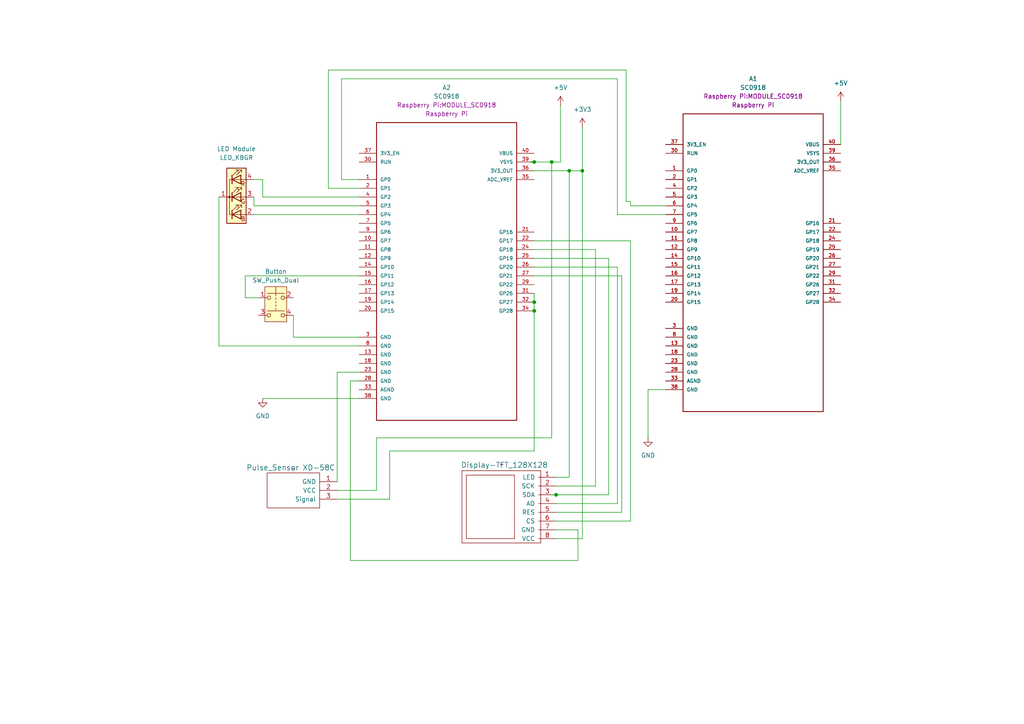
<source format=kicad_sch>
(kicad_sch
	(version 20250114)
	(generator "eeschema")
	(generator_version "9.0")
	(uuid "22eaae10-6fe2-4341-a2a9-a236afd12f3d")
	(paper "A4")
	(lib_symbols
		(symbol "Device:LED_KBGR"
			(pin_names
				(offset 0)
				(hide yes)
			)
			(exclude_from_sim no)
			(in_bom yes)
			(on_board yes)
			(property "Reference" "D"
				(at 0 9.398 0)
				(effects
					(font
						(size 1.27 1.27)
					)
				)
			)
			(property "Value" "LED_KBGR"
				(at 0 -8.89 0)
				(effects
					(font
						(size 1.27 1.27)
					)
				)
			)
			(property "Footprint" ""
				(at 0 -1.27 0)
				(effects
					(font
						(size 1.27 1.27)
					)
					(hide yes)
				)
			)
			(property "Datasheet" "~"
				(at 0 -1.27 0)
				(effects
					(font
						(size 1.27 1.27)
					)
					(hide yes)
				)
			)
			(property "Description" "RGB LED, cathode/blue/green/red"
				(at 0 0 0)
				(effects
					(font
						(size 1.27 1.27)
					)
					(hide yes)
				)
			)
			(property "ki_keywords" "LED RGB diode"
				(at 0 0 0)
				(effects
					(font
						(size 1.27 1.27)
					)
					(hide yes)
				)
			)
			(property "ki_fp_filters" "LED* LED_SMD:* LED_THT:*"
				(at 0 0 0)
				(effects
					(font
						(size 1.27 1.27)
					)
					(hide yes)
				)
			)
			(symbol "LED_KBGR_0_0"
				(text "R"
					(at 1.905 3.81 0)
					(effects
						(font
							(size 1.27 1.27)
						)
					)
				)
				(text "G"
					(at 1.905 -1.27 0)
					(effects
						(font
							(size 1.27 1.27)
						)
					)
				)
				(text "B"
					(at 1.905 -6.35 0)
					(effects
						(font
							(size 1.27 1.27)
						)
					)
				)
			)
			(symbol "LED_KBGR_0_1"
				(circle
					(center -2.032 0)
					(radius 0.254)
					(stroke
						(width 0)
						(type default)
					)
					(fill
						(type outline)
					)
				)
				(polyline
					(pts
						(xy -1.27 6.35) (xy -1.27 3.81)
					)
					(stroke
						(width 0.254)
						(type default)
					)
					(fill
						(type none)
					)
				)
				(polyline
					(pts
						(xy -1.27 6.35) (xy -1.27 3.81) (xy -1.27 3.81)
					)
					(stroke
						(width 0)
						(type default)
					)
					(fill
						(type none)
					)
				)
				(polyline
					(pts
						(xy -1.27 5.08) (xy 1.27 5.08)
					)
					(stroke
						(width 0)
						(type default)
					)
					(fill
						(type none)
					)
				)
				(polyline
					(pts
						(xy -1.27 5.08) (xy -2.032 5.08) (xy -2.032 -5.08) (xy -1.016 -5.08)
					)
					(stroke
						(width 0)
						(type default)
					)
					(fill
						(type none)
					)
				)
				(polyline
					(pts
						(xy -1.27 1.27) (xy -1.27 -1.27)
					)
					(stroke
						(width 0.254)
						(type default)
					)
					(fill
						(type none)
					)
				)
				(polyline
					(pts
						(xy -1.27 1.27) (xy -1.27 -1.27) (xy -1.27 -1.27)
					)
					(stroke
						(width 0)
						(type default)
					)
					(fill
						(type none)
					)
				)
				(polyline
					(pts
						(xy -1.27 0) (xy -2.54 0)
					)
					(stroke
						(width 0)
						(type default)
					)
					(fill
						(type none)
					)
				)
				(polyline
					(pts
						(xy -1.27 -3.81) (xy -1.27 -6.35)
					)
					(stroke
						(width 0.254)
						(type default)
					)
					(fill
						(type none)
					)
				)
				(polyline
					(pts
						(xy -1.27 -5.08) (xy 1.27 -5.08)
					)
					(stroke
						(width 0)
						(type default)
					)
					(fill
						(type none)
					)
				)
				(polyline
					(pts
						(xy -1.016 6.35) (xy 0.508 7.874) (xy -0.254 7.874) (xy 0.508 7.874) (xy 0.508 7.112)
					)
					(stroke
						(width 0)
						(type default)
					)
					(fill
						(type none)
					)
				)
				(polyline
					(pts
						(xy -1.016 1.27) (xy 0.508 2.794) (xy -0.254 2.794) (xy 0.508 2.794) (xy 0.508 2.032)
					)
					(stroke
						(width 0)
						(type default)
					)
					(fill
						(type none)
					)
				)
				(polyline
					(pts
						(xy -1.016 -3.81) (xy 0.508 -2.286) (xy -0.254 -2.286) (xy 0.508 -2.286) (xy 0.508 -3.048)
					)
					(stroke
						(width 0)
						(type default)
					)
					(fill
						(type none)
					)
				)
				(polyline
					(pts
						(xy 0 6.35) (xy 1.524 7.874) (xy 0.762 7.874) (xy 1.524 7.874) (xy 1.524 7.112)
					)
					(stroke
						(width 0)
						(type default)
					)
					(fill
						(type none)
					)
				)
				(polyline
					(pts
						(xy 0 1.27) (xy 1.524 2.794) (xy 0.762 2.794) (xy 1.524 2.794) (xy 1.524 2.032)
					)
					(stroke
						(width 0)
						(type default)
					)
					(fill
						(type none)
					)
				)
				(polyline
					(pts
						(xy 0 -3.81) (xy 1.524 -2.286) (xy 0.762 -2.286) (xy 1.524 -2.286) (xy 1.524 -3.048)
					)
					(stroke
						(width 0)
						(type default)
					)
					(fill
						(type none)
					)
				)
				(polyline
					(pts
						(xy 1.27 6.35) (xy 1.27 3.81) (xy -1.27 5.08) (xy 1.27 6.35)
					)
					(stroke
						(width 0.254)
						(type default)
					)
					(fill
						(type none)
					)
				)
				(rectangle
					(start 1.27 6.35)
					(end 1.27 6.35)
					(stroke
						(width 0)
						(type default)
					)
					(fill
						(type none)
					)
				)
				(polyline
					(pts
						(xy 1.27 5.08) (xy 2.54 5.08)
					)
					(stroke
						(width 0)
						(type default)
					)
					(fill
						(type none)
					)
				)
				(rectangle
					(start 1.27 3.81)
					(end 1.27 6.35)
					(stroke
						(width 0)
						(type default)
					)
					(fill
						(type none)
					)
				)
				(polyline
					(pts
						(xy 1.27 1.27) (xy 1.27 -1.27) (xy -1.27 0) (xy 1.27 1.27)
					)
					(stroke
						(width 0.254)
						(type default)
					)
					(fill
						(type none)
					)
				)
				(rectangle
					(start 1.27 1.27)
					(end 1.27 1.27)
					(stroke
						(width 0)
						(type default)
					)
					(fill
						(type none)
					)
				)
				(polyline
					(pts
						(xy 1.27 0) (xy -1.27 0)
					)
					(stroke
						(width 0)
						(type default)
					)
					(fill
						(type none)
					)
				)
				(polyline
					(pts
						(xy 1.27 0) (xy 2.54 0)
					)
					(stroke
						(width 0)
						(type default)
					)
					(fill
						(type none)
					)
				)
				(rectangle
					(start 1.27 -1.27)
					(end 1.27 1.27)
					(stroke
						(width 0)
						(type default)
					)
					(fill
						(type none)
					)
				)
				(polyline
					(pts
						(xy 1.27 -3.81) (xy 1.27 -6.35) (xy -1.27 -5.08) (xy 1.27 -3.81)
					)
					(stroke
						(width 0.254)
						(type default)
					)
					(fill
						(type none)
					)
				)
				(polyline
					(pts
						(xy 1.27 -5.08) (xy 2.54 -5.08)
					)
					(stroke
						(width 0)
						(type default)
					)
					(fill
						(type none)
					)
				)
				(rectangle
					(start 2.794 8.382)
					(end -2.794 -7.62)
					(stroke
						(width 0.254)
						(type default)
					)
					(fill
						(type background)
					)
				)
			)
			(symbol "LED_KBGR_1_1"
				(pin passive line
					(at -5.08 0 0)
					(length 2.54)
					(name "K"
						(effects
							(font
								(size 1.27 1.27)
							)
						)
					)
					(number "1"
						(effects
							(font
								(size 1.27 1.27)
							)
						)
					)
				)
				(pin passive line
					(at 5.08 5.08 180)
					(length 2.54)
					(name "RA"
						(effects
							(font
								(size 1.27 1.27)
							)
						)
					)
					(number "4"
						(effects
							(font
								(size 1.27 1.27)
							)
						)
					)
				)
				(pin passive line
					(at 5.08 0 180)
					(length 2.54)
					(name "GA"
						(effects
							(font
								(size 1.27 1.27)
							)
						)
					)
					(number "3"
						(effects
							(font
								(size 1.27 1.27)
							)
						)
					)
				)
				(pin passive line
					(at 5.08 -5.08 180)
					(length 2.54)
					(name "BA"
						(effects
							(font
								(size 1.27 1.27)
							)
						)
					)
					(number "2"
						(effects
							(font
								(size 1.27 1.27)
							)
						)
					)
				)
			)
			(embedded_fonts no)
		)
		(symbol "OLED_SPI_096_128X64_SSD1306:OLED_SPI_096_128X64_SSD1306"
			(pin_names
				(offset 1.016)
			)
			(exclude_from_sim no)
			(in_bom yes)
			(on_board yes)
			(property "Reference" "U"
				(at -8.255 -4.445 90)
				(effects
					(font
						(size 1.524 1.524)
					)
					(hide yes)
				)
			)
			(property "Value" "Display-TFT_128X128"
				(at -0.508 13.97 0)
				(effects
					(font
						(size 1.524 1.524)
					)
				)
			)
			(property "Footprint" ""
				(at 0 0 0)
				(effects
					(font
						(size 1.524 1.524)
					)
				)
			)
			(property "Datasheet" "~"
				(at 0 0 0)
				(effects
					(font
						(size 1.524 1.524)
					)
				)
			)
			(property "Description" "LCD display module(128x128, SPI interface)"
				(at 0.254 16.51 0)
				(effects
					(font
						(size 1.27 1.27)
					)
					(hide yes)
				)
			)
			(property "ki_keywords" "OLED SSD1306 SPI Display 128x64"
				(at 0 0 0)
				(effects
					(font
						(size 1.27 1.27)
					)
					(hide yes)
				)
			)
			(symbol "OLED_SPI_096_128X64_SSD1306_0_1"
				(rectangle
					(start -12.065 12.065)
					(end 10.795 -8.89)
					(stroke
						(width 0)
						(type solid)
					)
					(fill
						(type none)
					)
				)
				(rectangle
					(start -10.795 10.795)
					(end 3.175 -7.62)
					(stroke
						(width 0)
						(type solid)
					)
					(fill
						(type none)
					)
				)
			)
			(symbol "OLED_SPI_096_128X64_SSD1306_1_1"
				(pin input line
					(at 15.24 10.16 180)
					(length 5.08)
					(name "LED"
						(effects
							(font
								(size 1.27 1.27)
							)
						)
					)
					(number "1"
						(effects
							(font
								(size 1.27 1.27)
							)
						)
					)
				)
				(pin input line
					(at 15.24 7.62 180)
					(length 5.08)
					(name "SCK"
						(effects
							(font
								(size 1.27 1.27)
							)
						)
					)
					(number "2"
						(effects
							(font
								(size 1.27 1.27)
							)
						)
					)
				)
				(pin input line
					(at 15.24 5.08 180)
					(length 5.08)
					(name "SDA"
						(effects
							(font
								(size 1.27 1.27)
							)
						)
					)
					(number "3"
						(effects
							(font
								(size 1.27 1.27)
							)
						)
					)
				)
				(pin input line
					(at 15.24 2.54 180)
					(length 5.08)
					(name "AO"
						(effects
							(font
								(size 1.27 1.27)
							)
						)
					)
					(number "4"
						(effects
							(font
								(size 1.27 1.27)
							)
						)
					)
				)
				(pin input line
					(at 15.24 0 180)
					(length 5.08)
					(name "RES"
						(effects
							(font
								(size 1.27 1.27)
							)
						)
					)
					(number "5"
						(effects
							(font
								(size 1.27 1.27)
							)
						)
					)
				)
				(pin input line
					(at 15.24 -2.54 180)
					(length 5.08)
					(name "CS"
						(effects
							(font
								(size 1.27 1.27)
							)
						)
					)
					(number "6"
						(effects
							(font
								(size 1.27 1.27)
							)
						)
					)
				)
				(pin input line
					(at 15.24 -5.08 180)
					(length 5.08)
					(name "GND"
						(effects
							(font
								(size 1.27 1.27)
							)
						)
					)
					(number "7"
						(effects
							(font
								(size 1.27 1.27)
							)
						)
					)
				)
				(pin input line
					(at 15.24 -7.62 180)
					(length 5.08)
					(name "VCC"
						(effects
							(font
								(size 1.27 1.27)
							)
						)
					)
					(number "8"
						(effects
							(font
								(size 1.27 1.27)
							)
						)
					)
				)
			)
			(embedded_fonts no)
		)
		(symbol "Pico_W:SC0918"
			(pin_names
				(offset 1.016)
			)
			(exclude_from_sim no)
			(in_bom yes)
			(on_board yes)
			(property "Reference" "A1"
				(at 0 58.42 0)
				(effects
					(font
						(size 1.27 1.27)
					)
				)
			)
			(property "Value" "SC0918"
				(at 0 55.88 0)
				(effects
					(font
						(size 1.27 1.27)
					)
				)
			)
			(property "Footprint" "Raspberry Pi:MODULE_SC0918"
				(at -12.7 -46.99 0)
				(effects
					(font
						(size 1.27 1.27)
					)
					(justify bottom)
				)
			)
			(property "Datasheet" "https://datasheets.raspberrypi.com/picow/pico-w-datasheet.pdf"
				(at -26.67 -49.53 0)
				(effects
					(font
						(size 1.27 1.27)
					)
					(justify left bottom)
					(hide yes)
				)
			)
			(property "Description" ""
				(at 0 0 0)
				(effects
					(font
						(size 1.27 1.27)
					)
					(hide yes)
				)
			)
			(property "manufacturer" "Raspberry Pi"
				(at 0 53.34 0)
				(effects
					(font
						(size 1.27 1.27)
					)
				)
			)
			(property "P/N" "SC0918"
				(at 0 50.8 0)
				(effects
					(font
						(size 1.27 1.27)
					)
					(hide yes)
				)
			)
			(property "PARTREV" "1.6"
				(at 0 48.26 0)
				(effects
					(font
						(size 1.27 1.27)
					)
					(hide yes)
				)
			)
			(property "MAXIMUM_PACKAGE_HEIGHT" "3.73mm"
				(at 0 45.72 0)
				(effects
					(font
						(size 1.27 1.27)
					)
					(hide yes)
				)
			)
			(symbol "SC0918_0_0"
				(rectangle
					(start -20.32 -43.18)
					(end 20.32 43.18)
					(stroke
						(width 0.254)
						(type default)
					)
					(fill
						(type none)
					)
				)
				(pin input line
					(at -25.4 34.29 0)
					(length 5.08)
					(name "3V3_EN"
						(effects
							(font
								(size 1.016 1.016)
							)
						)
					)
					(number "37"
						(effects
							(font
								(size 1.016 1.016)
							)
						)
					)
				)
				(pin input line
					(at -25.4 31.75 0)
					(length 5.08)
					(name "RUN"
						(effects
							(font
								(size 1.016 1.016)
							)
						)
					)
					(number "30"
						(effects
							(font
								(size 1.016 1.016)
							)
						)
					)
				)
				(pin bidirectional line
					(at -25.4 26.67 0)
					(length 5.08)
					(name "GP0"
						(effects
							(font
								(size 1.016 1.016)
							)
						)
					)
					(number "1"
						(effects
							(font
								(size 1.016 1.016)
							)
						)
					)
				)
				(pin bidirectional line
					(at -25.4 24.13 0)
					(length 5.08)
					(name "GP1"
						(effects
							(font
								(size 1.016 1.016)
							)
						)
					)
					(number "2"
						(effects
							(font
								(size 1.016 1.016)
							)
						)
					)
				)
				(pin bidirectional line
					(at -25.4 21.59 0)
					(length 5.08)
					(name "GP2"
						(effects
							(font
								(size 1.016 1.016)
							)
						)
					)
					(number "4"
						(effects
							(font
								(size 1.016 1.016)
							)
						)
					)
				)
				(pin bidirectional line
					(at -25.4 19.05 0)
					(length 5.08)
					(name "GP3"
						(effects
							(font
								(size 1.016 1.016)
							)
						)
					)
					(number "5"
						(effects
							(font
								(size 1.016 1.016)
							)
						)
					)
				)
				(pin bidirectional line
					(at -25.4 16.51 0)
					(length 5.08)
					(name "GP4"
						(effects
							(font
								(size 1.016 1.016)
							)
						)
					)
					(number "6"
						(effects
							(font
								(size 1.016 1.016)
							)
						)
					)
				)
				(pin bidirectional line
					(at -25.4 13.97 0)
					(length 5.08)
					(name "GP5"
						(effects
							(font
								(size 1.016 1.016)
							)
						)
					)
					(number "7"
						(effects
							(font
								(size 1.016 1.016)
							)
						)
					)
				)
				(pin bidirectional line
					(at -25.4 11.43 0)
					(length 5.08)
					(name "GP6"
						(effects
							(font
								(size 1.016 1.016)
							)
						)
					)
					(number "9"
						(effects
							(font
								(size 1.016 1.016)
							)
						)
					)
				)
				(pin bidirectional line
					(at -25.4 8.89 0)
					(length 5.08)
					(name "GP7"
						(effects
							(font
								(size 1.016 1.016)
							)
						)
					)
					(number "10"
						(effects
							(font
								(size 1.016 1.016)
							)
						)
					)
				)
				(pin bidirectional line
					(at -25.4 6.35 0)
					(length 5.08)
					(name "GP8"
						(effects
							(font
								(size 1.016 1.016)
							)
						)
					)
					(number "11"
						(effects
							(font
								(size 1.016 1.016)
							)
						)
					)
				)
				(pin bidirectional line
					(at -25.4 3.81 0)
					(length 5.08)
					(name "GP9"
						(effects
							(font
								(size 1.016 1.016)
							)
						)
					)
					(number "12"
						(effects
							(font
								(size 1.016 1.016)
							)
						)
					)
				)
				(pin bidirectional line
					(at -25.4 1.27 0)
					(length 5.08)
					(name "GP10"
						(effects
							(font
								(size 1.016 1.016)
							)
						)
					)
					(number "14"
						(effects
							(font
								(size 1.016 1.016)
							)
						)
					)
				)
				(pin bidirectional line
					(at -25.4 -1.27 0)
					(length 5.08)
					(name "GP11"
						(effects
							(font
								(size 1.016 1.016)
							)
						)
					)
					(number "15"
						(effects
							(font
								(size 1.016 1.016)
							)
						)
					)
				)
				(pin bidirectional line
					(at -25.4 -3.81 0)
					(length 5.08)
					(name "GP12"
						(effects
							(font
								(size 1.016 1.016)
							)
						)
					)
					(number "16"
						(effects
							(font
								(size 1.016 1.016)
							)
						)
					)
				)
				(pin bidirectional line
					(at -25.4 -6.35 0)
					(length 5.08)
					(name "GP13"
						(effects
							(font
								(size 1.016 1.016)
							)
						)
					)
					(number "17"
						(effects
							(font
								(size 1.016 1.016)
							)
						)
					)
				)
				(pin bidirectional line
					(at -25.4 -8.89 0)
					(length 5.08)
					(name "GP14"
						(effects
							(font
								(size 1.016 1.016)
							)
						)
					)
					(number "19"
						(effects
							(font
								(size 1.016 1.016)
							)
						)
					)
				)
				(pin bidirectional line
					(at -25.4 -11.43 0)
					(length 5.08)
					(name "GP15"
						(effects
							(font
								(size 1.016 1.016)
							)
						)
					)
					(number "20"
						(effects
							(font
								(size 1.016 1.016)
							)
						)
					)
				)
				(pin power_in line
					(at -25.4 -19.05 0)
					(length 5.08)
					(name "GND"
						(effects
							(font
								(size 1.016 1.016)
							)
						)
					)
					(number "3"
						(effects
							(font
								(size 1.016 1.016)
							)
						)
					)
				)
				(pin power_in line
					(at -25.4 -21.59 0)
					(length 5.08)
					(name "GND"
						(effects
							(font
								(size 1.016 1.016)
							)
						)
					)
					(number "8"
						(effects
							(font
								(size 1.016 1.016)
							)
						)
					)
				)
				(pin power_in line
					(at -25.4 -24.13 0)
					(length 5.08)
					(name "GND"
						(effects
							(font
								(size 1.016 1.016)
							)
						)
					)
					(number "13"
						(effects
							(font
								(size 1.016 1.016)
							)
						)
					)
				)
				(pin power_in line
					(at -25.4 -26.67 0)
					(length 5.08)
					(name "GND"
						(effects
							(font
								(size 1.016 1.016)
							)
						)
					)
					(number "18"
						(effects
							(font
								(size 1.016 1.016)
							)
						)
					)
				)
				(pin power_in line
					(at -25.4 -29.21 0)
					(length 5.08)
					(name "GND"
						(effects
							(font
								(size 1.016 1.016)
							)
						)
					)
					(number "23"
						(effects
							(font
								(size 1.016 1.016)
							)
						)
					)
				)
				(pin power_in line
					(at -25.4 -31.75 0)
					(length 5.08)
					(name "GND"
						(effects
							(font
								(size 1.016 1.016)
							)
						)
					)
					(number "28"
						(effects
							(font
								(size 1.016 1.016)
							)
						)
					)
				)
				(pin power_in line
					(at -25.4 -34.29 0)
					(length 5.08)
					(name "AGND"
						(effects
							(font
								(size 1.016 1.016)
							)
						)
					)
					(number "33"
						(effects
							(font
								(size 1.016 1.016)
							)
						)
					)
				)
				(pin power_in line
					(at -25.4 -36.83 0)
					(length 5.08)
					(name "GND"
						(effects
							(font
								(size 1.016 1.016)
							)
						)
					)
					(number "38"
						(effects
							(font
								(size 1.016 1.016)
							)
						)
					)
				)
				(pin free line
					(at 25.4 34.29 180)
					(length 5.08)
					(name "VBUS"
						(effects
							(font
								(size 1.016 1.016)
							)
						)
					)
					(number "40"
						(effects
							(font
								(size 1.016 1.016)
							)
						)
					)
				)
				(pin free line
					(at 25.4 31.75 180)
					(length 5.08)
					(name "VSYS"
						(effects
							(font
								(size 1.016 1.016)
							)
						)
					)
					(number "39"
						(effects
							(font
								(size 1.016 1.016)
							)
						)
					)
				)
				(pin power_in line
					(at 25.4 29.21 180)
					(length 5.08)
					(name "3V3_OUT"
						(effects
							(font
								(size 1.016 1.016)
							)
						)
					)
					(number "36"
						(effects
							(font
								(size 1.016 1.016)
							)
						)
					)
				)
				(pin power_in line
					(at 25.4 26.67 180)
					(length 5.08)
					(name "ADC_VREF"
						(effects
							(font
								(size 1.016 1.016)
							)
						)
					)
					(number "35"
						(effects
							(font
								(size 1.016 1.016)
							)
						)
					)
				)
				(pin bidirectional line
					(at 25.4 11.43 180)
					(length 5.08)
					(name "GP16"
						(effects
							(font
								(size 1.016 1.016)
							)
						)
					)
					(number "21"
						(effects
							(font
								(size 1.016 1.016)
							)
						)
					)
				)
				(pin bidirectional line
					(at 25.4 8.89 180)
					(length 5.08)
					(name "GP17"
						(effects
							(font
								(size 1.016 1.016)
							)
						)
					)
					(number "22"
						(effects
							(font
								(size 1.016 1.016)
							)
						)
					)
				)
				(pin bidirectional line
					(at 25.4 6.35 180)
					(length 5.08)
					(name "GP18"
						(effects
							(font
								(size 1.016 1.016)
							)
						)
					)
					(number "24"
						(effects
							(font
								(size 1.016 1.016)
							)
						)
					)
				)
				(pin bidirectional line
					(at 25.4 3.81 180)
					(length 5.08)
					(name "GP19"
						(effects
							(font
								(size 1.016 1.016)
							)
						)
					)
					(number "25"
						(effects
							(font
								(size 1.016 1.016)
							)
						)
					)
				)
				(pin bidirectional line
					(at 25.4 1.27 180)
					(length 5.08)
					(name "GP20"
						(effects
							(font
								(size 1.016 1.016)
							)
						)
					)
					(number "26"
						(effects
							(font
								(size 1.016 1.016)
							)
						)
					)
				)
				(pin bidirectional line
					(at 25.4 -1.27 180)
					(length 5.08)
					(name "GP21"
						(effects
							(font
								(size 1.016 1.016)
							)
						)
					)
					(number "27"
						(effects
							(font
								(size 1.016 1.016)
							)
						)
					)
				)
				(pin bidirectional line
					(at 25.4 -3.81 180)
					(length 5.08)
					(name "GP22"
						(effects
							(font
								(size 1.016 1.016)
							)
						)
					)
					(number "29"
						(effects
							(font
								(size 1.016 1.016)
							)
						)
					)
				)
				(pin bidirectional line
					(at 25.4 -6.35 180)
					(length 5.08)
					(name "GP26"
						(effects
							(font
								(size 1.016 1.016)
							)
						)
					)
					(number "31"
						(effects
							(font
								(size 1.016 1.016)
							)
						)
					)
				)
				(pin bidirectional line
					(at 25.4 -8.89 180)
					(length 5.08)
					(name "GP27"
						(effects
							(font
								(size 1.016 1.016)
							)
						)
					)
					(number "32"
						(effects
							(font
								(size 1.016 1.016)
							)
						)
					)
				)
				(pin bidirectional line
					(at 25.4 -11.43 180)
					(length 5.08)
					(name "GP28"
						(effects
							(font
								(size 1.016 1.016)
							)
						)
					)
					(number "34"
						(effects
							(font
								(size 1.016 1.016)
							)
						)
					)
				)
			)
			(embedded_fonts no)
		)
		(symbol "Pulse_sensor:Pulse_Sensor"
			(pin_names
				(offset 1.016)
			)
			(exclude_from_sim no)
			(in_bom yes)
			(on_board yes)
			(property "Reference" "U"
				(at -8.255 -4.445 90)
				(effects
					(font
						(size 1.524 1.524)
					)
					(hide yes)
				)
			)
			(property "Value" "Pulse_Sensor XD-58C"
				(at 2.032 6.858 0)
				(effects
					(font
						(size 1.524 1.524)
					)
				)
			)
			(property "Footprint" ""
				(at 0 0 0)
				(effects
					(font
						(size 1.524 1.524)
					)
				)
			)
			(property "Datasheet" "~"
				(at 0 0 0)
				(effects
					(font
						(size 1.524 1.524)
					)
				)
			)
			(property "Description" ""
				(at 0 10.16 0)
				(effects
					(font
						(size 1.27 1.27)
					)
					(hide yes)
				)
			)
			(property "ki_keywords" "pulse heart-rate analog sensor"
				(at 0 0 0)
				(effects
					(font
						(size 1.27 1.27)
					)
					(hide yes)
				)
			)
			(symbol "Pulse_Sensor_0_1"
				(rectangle
					(start -5.08 5.08)
					(end 10.16 -5.08)
					(stroke
						(width 0)
						(type solid)
					)
					(fill
						(type none)
					)
				)
			)
			(symbol "Pulse_Sensor_1_1"
				(pin input line
					(at 15.24 2.54 180)
					(length 5.08)
					(name "GND"
						(effects
							(font
								(size 1.27 1.27)
							)
						)
					)
					(number "1"
						(effects
							(font
								(size 1.27 1.27)
							)
						)
					)
				)
				(pin input line
					(at 15.24 0 180)
					(length 5.08)
					(name "VCC"
						(effects
							(font
								(size 1.27 1.27)
							)
						)
					)
					(number "2"
						(effects
							(font
								(size 1.27 1.27)
							)
						)
					)
				)
				(pin output line
					(at 15.24 -2.54 180)
					(length 5.08)
					(name "Signal"
						(effects
							(font
								(size 1.27 1.27)
							)
						)
					)
					(number "3"
						(effects
							(font
								(size 1.27 1.27)
							)
						)
					)
				)
			)
			(embedded_fonts no)
		)
		(symbol "Switch:SW_Push_Dual"
			(pin_names
				(offset 1.016)
				(hide yes)
			)
			(exclude_from_sim no)
			(in_bom yes)
			(on_board yes)
			(property "Reference" "SW"
				(at 0 7.62 0)
				(effects
					(font
						(size 1.27 1.27)
					)
				)
			)
			(property "Value" "SW_Push_Dual"
				(at 0 -6.35 0)
				(effects
					(font
						(size 1.27 1.27)
					)
				)
			)
			(property "Footprint" ""
				(at 0 7.62 0)
				(effects
					(font
						(size 1.27 1.27)
					)
					(hide yes)
				)
			)
			(property "Datasheet" "~"
				(at 0 0 0)
				(effects
					(font
						(size 1.27 1.27)
					)
					(hide yes)
				)
			)
			(property "Description" "Push button switch, generic, symbol, four pins"
				(at 0 0 0)
				(effects
					(font
						(size 1.27 1.27)
					)
					(hide yes)
				)
			)
			(property "ki_keywords" "switch normally-open pushbutton push-button"
				(at 0 0 0)
				(effects
					(font
						(size 1.27 1.27)
					)
					(hide yes)
				)
			)
			(symbol "SW_Push_Dual_0_1"
				(circle
					(center -2.032 2.54)
					(radius 0.508)
					(stroke
						(width 0)
						(type default)
					)
					(fill
						(type none)
					)
				)
				(circle
					(center -2.032 -2.54)
					(radius 0.508)
					(stroke
						(width 0)
						(type default)
					)
					(fill
						(type none)
					)
				)
				(polyline
					(pts
						(xy 0 3.81) (xy 0 5.588)
					)
					(stroke
						(width 0)
						(type default)
					)
					(fill
						(type none)
					)
				)
				(polyline
					(pts
						(xy 0 3.048) (xy 0 3.556)
					)
					(stroke
						(width 0)
						(type default)
					)
					(fill
						(type none)
					)
				)
				(polyline
					(pts
						(xy 0 2.032) (xy 0 2.54)
					)
					(stroke
						(width 0)
						(type default)
					)
					(fill
						(type none)
					)
				)
				(polyline
					(pts
						(xy 0 1.016) (xy 0 1.524)
					)
					(stroke
						(width 0)
						(type default)
					)
					(fill
						(type none)
					)
				)
				(polyline
					(pts
						(xy 0 0.508) (xy 0 0)
					)
					(stroke
						(width 0)
						(type default)
					)
					(fill
						(type none)
					)
				)
				(polyline
					(pts
						(xy 0 -0.508) (xy 0 -1.016)
					)
					(stroke
						(width 0)
						(type default)
					)
					(fill
						(type none)
					)
				)
				(circle
					(center 2.032 2.54)
					(radius 0.508)
					(stroke
						(width 0)
						(type default)
					)
					(fill
						(type none)
					)
				)
				(circle
					(center 2.032 -2.54)
					(radius 0.508)
					(stroke
						(width 0)
						(type default)
					)
					(fill
						(type none)
					)
				)
				(polyline
					(pts
						(xy 2.54 3.81) (xy -2.54 3.81)
					)
					(stroke
						(width 0)
						(type default)
					)
					(fill
						(type none)
					)
				)
				(polyline
					(pts
						(xy 2.54 -1.27) (xy -2.54 -1.27)
					)
					(stroke
						(width 0)
						(type default)
					)
					(fill
						(type none)
					)
				)
				(pin passive line
					(at -5.08 2.54 0)
					(length 2.54)
					(name "1"
						(effects
							(font
								(size 1.27 1.27)
							)
						)
					)
					(number "1"
						(effects
							(font
								(size 1.27 1.27)
							)
						)
					)
				)
				(pin passive line
					(at -5.08 -2.54 0)
					(length 2.54)
					(name "3"
						(effects
							(font
								(size 1.27 1.27)
							)
						)
					)
					(number "3"
						(effects
							(font
								(size 1.27 1.27)
							)
						)
					)
				)
				(pin passive line
					(at 5.08 2.54 180)
					(length 2.54)
					(name "2"
						(effects
							(font
								(size 1.27 1.27)
							)
						)
					)
					(number "2"
						(effects
							(font
								(size 1.27 1.27)
							)
						)
					)
				)
				(pin passive line
					(at 5.08 -2.54 180)
					(length 2.54)
					(name "4"
						(effects
							(font
								(size 1.27 1.27)
							)
						)
					)
					(number "4"
						(effects
							(font
								(size 1.27 1.27)
							)
						)
					)
				)
			)
			(symbol "SW_Push_Dual_1_1"
				(rectangle
					(start -3.175 5.715)
					(end 3.175 -4.445)
					(stroke
						(width 0)
						(type default)
					)
					(fill
						(type background)
					)
				)
			)
			(embedded_fonts no)
		)
		(symbol "power:+3V3"
			(power)
			(pin_numbers
				(hide yes)
			)
			(pin_names
				(offset 0)
				(hide yes)
			)
			(exclude_from_sim no)
			(in_bom yes)
			(on_board yes)
			(property "Reference" "#PWR"
				(at 0 -3.81 0)
				(effects
					(font
						(size 1.27 1.27)
					)
					(hide yes)
				)
			)
			(property "Value" "+3V3"
				(at 0 3.556 0)
				(effects
					(font
						(size 1.27 1.27)
					)
				)
			)
			(property "Footprint" ""
				(at 0 0 0)
				(effects
					(font
						(size 1.27 1.27)
					)
					(hide yes)
				)
			)
			(property "Datasheet" ""
				(at 0 0 0)
				(effects
					(font
						(size 1.27 1.27)
					)
					(hide yes)
				)
			)
			(property "Description" "Power symbol creates a global label with name \"+3V3\""
				(at 0 0 0)
				(effects
					(font
						(size 1.27 1.27)
					)
					(hide yes)
				)
			)
			(property "ki_keywords" "global power"
				(at 0 0 0)
				(effects
					(font
						(size 1.27 1.27)
					)
					(hide yes)
				)
			)
			(symbol "+3V3_0_1"
				(polyline
					(pts
						(xy -0.762 1.27) (xy 0 2.54)
					)
					(stroke
						(width 0)
						(type default)
					)
					(fill
						(type none)
					)
				)
				(polyline
					(pts
						(xy 0 2.54) (xy 0.762 1.27)
					)
					(stroke
						(width 0)
						(type default)
					)
					(fill
						(type none)
					)
				)
				(polyline
					(pts
						(xy 0 0) (xy 0 2.54)
					)
					(stroke
						(width 0)
						(type default)
					)
					(fill
						(type none)
					)
				)
			)
			(symbol "+3V3_1_1"
				(pin power_in line
					(at 0 0 90)
					(length 0)
					(name "~"
						(effects
							(font
								(size 1.27 1.27)
							)
						)
					)
					(number "1"
						(effects
							(font
								(size 1.27 1.27)
							)
						)
					)
				)
			)
			(embedded_fonts no)
		)
		(symbol "power:+5V"
			(power)
			(pin_numbers
				(hide yes)
			)
			(pin_names
				(offset 0)
				(hide yes)
			)
			(exclude_from_sim no)
			(in_bom yes)
			(on_board yes)
			(property "Reference" "#PWR"
				(at 0 -3.81 0)
				(effects
					(font
						(size 1.27 1.27)
					)
					(hide yes)
				)
			)
			(property "Value" "+5V"
				(at 0 3.556 0)
				(effects
					(font
						(size 1.27 1.27)
					)
				)
			)
			(property "Footprint" ""
				(at 0 0 0)
				(effects
					(font
						(size 1.27 1.27)
					)
					(hide yes)
				)
			)
			(property "Datasheet" ""
				(at 0 0 0)
				(effects
					(font
						(size 1.27 1.27)
					)
					(hide yes)
				)
			)
			(property "Description" "Power symbol creates a global label with name \"+5V\""
				(at 0 0 0)
				(effects
					(font
						(size 1.27 1.27)
					)
					(hide yes)
				)
			)
			(property "ki_keywords" "global power"
				(at 0 0 0)
				(effects
					(font
						(size 1.27 1.27)
					)
					(hide yes)
				)
			)
			(symbol "+5V_0_1"
				(polyline
					(pts
						(xy -0.762 1.27) (xy 0 2.54)
					)
					(stroke
						(width 0)
						(type default)
					)
					(fill
						(type none)
					)
				)
				(polyline
					(pts
						(xy 0 2.54) (xy 0.762 1.27)
					)
					(stroke
						(width 0)
						(type default)
					)
					(fill
						(type none)
					)
				)
				(polyline
					(pts
						(xy 0 0) (xy 0 2.54)
					)
					(stroke
						(width 0)
						(type default)
					)
					(fill
						(type none)
					)
				)
			)
			(symbol "+5V_1_1"
				(pin power_in line
					(at 0 0 90)
					(length 0)
					(name "~"
						(effects
							(font
								(size 1.27 1.27)
							)
						)
					)
					(number "1"
						(effects
							(font
								(size 1.27 1.27)
							)
						)
					)
				)
			)
			(embedded_fonts no)
		)
		(symbol "power:GND"
			(power)
			(pin_numbers
				(hide yes)
			)
			(pin_names
				(offset 0)
				(hide yes)
			)
			(exclude_from_sim no)
			(in_bom yes)
			(on_board yes)
			(property "Reference" "#PWR"
				(at 0 -6.35 0)
				(effects
					(font
						(size 1.27 1.27)
					)
					(hide yes)
				)
			)
			(property "Value" "GND"
				(at 0 -3.81 0)
				(effects
					(font
						(size 1.27 1.27)
					)
				)
			)
			(property "Footprint" ""
				(at 0 0 0)
				(effects
					(font
						(size 1.27 1.27)
					)
					(hide yes)
				)
			)
			(property "Datasheet" ""
				(at 0 0 0)
				(effects
					(font
						(size 1.27 1.27)
					)
					(hide yes)
				)
			)
			(property "Description" "Power symbol creates a global label with name \"GND\" , ground"
				(at 0 0 0)
				(effects
					(font
						(size 1.27 1.27)
					)
					(hide yes)
				)
			)
			(property "ki_keywords" "global power"
				(at 0 0 0)
				(effects
					(font
						(size 1.27 1.27)
					)
					(hide yes)
				)
			)
			(symbol "GND_0_1"
				(polyline
					(pts
						(xy 0 0) (xy 0 -1.27) (xy 1.27 -1.27) (xy 0 -2.54) (xy -1.27 -1.27) (xy 0 -1.27)
					)
					(stroke
						(width 0)
						(type default)
					)
					(fill
						(type none)
					)
				)
			)
			(symbol "GND_1_1"
				(pin power_in line
					(at 0 0 270)
					(length 0)
					(name "~"
						(effects
							(font
								(size 1.27 1.27)
							)
						)
					)
					(number "1"
						(effects
							(font
								(size 1.27 1.27)
							)
						)
					)
				)
			)
			(embedded_fonts no)
		)
	)
	(junction
		(at 154.94 90.17)
		(diameter 0)
		(color 0 0 0 0)
		(uuid "1586707a-5e95-4f4f-8680-f616faa9ee69")
	)
	(junction
		(at 154.94 46.99)
		(diameter 0)
		(color 0 0 0 0)
		(uuid "21e812fe-9c43-4929-a636-115d742dfc33")
	)
	(junction
		(at 154.94 87.63)
		(diameter 0)
		(color 0 0 0 0)
		(uuid "84f1bfe8-8ae0-435e-9d32-4989c77e9e37")
	)
	(junction
		(at 168.91 49.53)
		(diameter 0)
		(color 0 0 0 0)
		(uuid "8600f89c-5582-486c-9d86-af05e4a95fb5")
	)
	(junction
		(at 160.02 46.99)
		(diameter 0)
		(color 0 0 0 0)
		(uuid "bb240fc1-3bf9-4d3e-8810-622fae8edc7f")
	)
	(junction
		(at 165.1 49.53)
		(diameter 0)
		(color 0 0 0 0)
		(uuid "f4693802-391a-4c53-a1e4-42552d2311e2")
	)
	(junction
		(at 161.29 143.51)
		(diameter 0)
		(color 0 0 0 0)
		(uuid "f8ff1f15-3847-49df-8db3-57f404feefa8")
	)
	(wire
		(pts
			(xy 71.12 80.01) (xy 104.14 80.01)
		)
		(stroke
			(width 0)
			(type default)
		)
		(uuid "0335cccd-a244-4522-9c8d-eb429d83743e")
	)
	(wire
		(pts
			(xy 160.02 46.99) (xy 154.94 46.99)
		)
		(stroke
			(width 0)
			(type default)
		)
		(uuid "049355bb-4c43-44dd-9148-97c8118b73ca")
	)
	(wire
		(pts
			(xy 154.94 87.63) (xy 154.94 90.17)
		)
		(stroke
			(width 0)
			(type default)
		)
		(uuid "07863a3a-306e-467e-a2b1-1b31cee45dcc")
	)
	(wire
		(pts
			(xy 97.79 107.95) (xy 97.79 139.7)
		)
		(stroke
			(width 0)
			(type default)
		)
		(uuid "0897ef1e-a2b7-4c18-828a-b1b8b9f80fa8")
	)
	(wire
		(pts
			(xy 99.06 22.86) (xy 99.06 52.07)
		)
		(stroke
			(width 0)
			(type default)
		)
		(uuid "09e7db9d-0fd8-4dd9-ad52-5185c18c0d62")
	)
	(wire
		(pts
			(xy 76.2 57.15) (xy 104.14 57.15)
		)
		(stroke
			(width 0)
			(type default)
		)
		(uuid "0cf5229d-882d-4e29-9634-58c86ca90614")
	)
	(wire
		(pts
			(xy 99.06 52.07) (xy 104.14 52.07)
		)
		(stroke
			(width 0)
			(type default)
		)
		(uuid "0d15a2f2-2d05-401e-8842-f57b9d1f7dfb")
	)
	(wire
		(pts
			(xy 181.61 58.42) (xy 181.61 20.32)
		)
		(stroke
			(width 0)
			(type default)
		)
		(uuid "0d9fe8e3-ed75-4480-a0be-2f67d1319d3e")
	)
	(wire
		(pts
			(xy 182.88 151.13) (xy 161.29 151.13)
		)
		(stroke
			(width 0)
			(type default)
		)
		(uuid "0ed0db83-771c-4502-96f5-93d909b9f873")
	)
	(wire
		(pts
			(xy 154.94 74.93) (xy 176.53 74.93)
		)
		(stroke
			(width 0)
			(type default)
		)
		(uuid "14b7e037-ec20-44c6-9f8e-38a477ed6e59")
	)
	(wire
		(pts
			(xy 85.09 97.79) (xy 104.14 97.79)
		)
		(stroke
			(width 0)
			(type default)
		)
		(uuid "1a0ebc86-7db1-4dc5-902e-3c946184d572")
	)
	(wire
		(pts
			(xy 179.07 146.05) (xy 161.29 146.05)
		)
		(stroke
			(width 0)
			(type default)
		)
		(uuid "1aff7ca4-24e4-4394-8175-dbb725dd3544")
	)
	(wire
		(pts
			(xy 154.94 46.99) (xy 153.67 46.99)
		)
		(stroke
			(width 0)
			(type default)
		)
		(uuid "1f1fdf25-e193-4082-a511-2249641391f9")
	)
	(wire
		(pts
			(xy 109.22 142.24) (xy 109.22 127)
		)
		(stroke
			(width 0)
			(type default)
		)
		(uuid "216899b0-af0d-4493-baf0-42f8f521c343")
	)
	(wire
		(pts
			(xy 179.07 22.86) (xy 179.07 62.23)
		)
		(stroke
			(width 0)
			(type default)
		)
		(uuid "23508646-3288-4408-9c03-3f5863f82ec0")
	)
	(wire
		(pts
			(xy 76.2 115.57) (xy 104.14 115.57)
		)
		(stroke
			(width 0)
			(type default)
		)
		(uuid "2418dfab-d757-42d3-9e2b-6a62967be12a")
	)
	(wire
		(pts
			(xy 154.94 85.09) (xy 154.94 87.63)
		)
		(stroke
			(width 0)
			(type default)
		)
		(uuid "25093b68-7f4f-42bb-af5c-986df3c228f9")
	)
	(wire
		(pts
			(xy 162.56 30.48) (xy 162.56 46.99)
		)
		(stroke
			(width 0)
			(type default)
		)
		(uuid "25804414-e520-4b34-bbcb-ff495ae83e62")
	)
	(wire
		(pts
			(xy 113.03 144.78) (xy 97.79 144.78)
		)
		(stroke
			(width 0)
			(type default)
		)
		(uuid "2806a3c4-9f70-4262-8ea0-1959fa9859eb")
	)
	(wire
		(pts
			(xy 168.91 36.83) (xy 168.91 49.53)
		)
		(stroke
			(width 0)
			(type default)
		)
		(uuid "2a51d2f3-5d2d-4af0-98e5-adf705650886")
	)
	(wire
		(pts
			(xy 76.2 52.07) (xy 76.2 57.15)
		)
		(stroke
			(width 0)
			(type default)
		)
		(uuid "2b36c068-0780-42a6-adb5-e40402cb1966")
	)
	(wire
		(pts
			(xy 187.96 113.03) (xy 187.96 127)
		)
		(stroke
			(width 0)
			(type default)
		)
		(uuid "2b9036e3-57cd-4dd8-9889-d1f38827e4ae")
	)
	(wire
		(pts
			(xy 162.56 46.99) (xy 160.02 46.99)
		)
		(stroke
			(width 0)
			(type default)
		)
		(uuid "2d124372-2ede-4393-8b28-0d351a357c1c")
	)
	(wire
		(pts
			(xy 63.5 100.33) (xy 104.14 100.33)
		)
		(stroke
			(width 0)
			(type default)
		)
		(uuid "2fa204d0-afc5-4632-8f0c-c9380b453bfd")
	)
	(wire
		(pts
			(xy 109.22 127) (xy 160.02 127)
		)
		(stroke
			(width 0)
			(type default)
		)
		(uuid "313b6283-df19-417c-8e90-6c8251efdeda")
	)
	(wire
		(pts
			(xy 176.53 74.93) (xy 176.53 143.51)
		)
		(stroke
			(width 0)
			(type default)
		)
		(uuid "384820e2-78a5-4440-ae0a-9ebceca82190")
	)
	(wire
		(pts
			(xy 182.88 58.42) (xy 182.88 59.69)
		)
		(stroke
			(width 0)
			(type default)
		)
		(uuid "4308f5fd-1ff6-4d6a-ac4b-05c433725277")
	)
	(wire
		(pts
			(xy 172.72 72.39) (xy 172.72 140.97)
		)
		(stroke
			(width 0)
			(type default)
		)
		(uuid "43d9db53-146c-4176-a356-297ccac72d19")
	)
	(wire
		(pts
			(xy 165.1 49.53) (xy 168.91 49.53)
		)
		(stroke
			(width 0)
			(type default)
		)
		(uuid "4878b478-51d8-4dcf-81b2-c3db6a7fdf21")
	)
	(wire
		(pts
			(xy 161.29 153.67) (xy 167.64 153.67)
		)
		(stroke
			(width 0)
			(type default)
		)
		(uuid "493e57f2-5bba-468d-a8f4-6ee0feaec21c")
	)
	(wire
		(pts
			(xy 154.94 72.39) (xy 172.72 72.39)
		)
		(stroke
			(width 0)
			(type default)
		)
		(uuid "4da5f70b-1df9-4410-ab9a-e5f7e76f7a13")
	)
	(wire
		(pts
			(xy 179.07 22.86) (xy 99.06 22.86)
		)
		(stroke
			(width 0)
			(type default)
		)
		(uuid "59620dbe-02b8-43bf-996b-0e41c4d78af8")
	)
	(wire
		(pts
			(xy 101.6 110.49) (xy 101.6 162.56)
		)
		(stroke
			(width 0)
			(type default)
		)
		(uuid "5a12498e-62a8-45ed-816a-411d52d41401")
	)
	(wire
		(pts
			(xy 161.29 156.21) (xy 168.91 156.21)
		)
		(stroke
			(width 0)
			(type default)
		)
		(uuid "673515bd-fce3-4b64-8f0c-d0f0ca325c01")
	)
	(wire
		(pts
			(xy 182.88 59.69) (xy 193.04 59.69)
		)
		(stroke
			(width 0)
			(type default)
		)
		(uuid "6d6ec1cf-5927-4a99-83d6-ab7191ade92a")
	)
	(wire
		(pts
			(xy 172.72 140.97) (xy 161.29 140.97)
		)
		(stroke
			(width 0)
			(type default)
		)
		(uuid "711d83fb-7ff5-471d-a3b3-155a44050acd")
	)
	(wire
		(pts
			(xy 154.94 80.01) (xy 180.34 80.01)
		)
		(stroke
			(width 0)
			(type default)
		)
		(uuid "723960ec-9400-449c-aa08-320a13cd1cdf")
	)
	(wire
		(pts
			(xy 182.88 58.42) (xy 181.61 58.42)
		)
		(stroke
			(width 0)
			(type default)
		)
		(uuid "73d9ad3e-1c92-4f18-a3bd-714175c2b91d")
	)
	(wire
		(pts
			(xy 85.09 91.44) (xy 85.09 97.79)
		)
		(stroke
			(width 0)
			(type default)
		)
		(uuid "749ab106-b1c8-4e89-8582-7c1391e16660")
	)
	(wire
		(pts
			(xy 167.64 153.67) (xy 167.64 162.56)
		)
		(stroke
			(width 0)
			(type default)
		)
		(uuid "75c03d1e-4d40-40a9-ad08-f17a80128f68")
	)
	(wire
		(pts
			(xy 161.29 138.43) (xy 165.1 138.43)
		)
		(stroke
			(width 0)
			(type default)
		)
		(uuid "79224941-4980-4b63-9006-6823e8db214e")
	)
	(wire
		(pts
			(xy 154.94 90.17) (xy 154.94 130.81)
		)
		(stroke
			(width 0)
			(type default)
		)
		(uuid "7a115445-ebff-45a1-9b48-6d78c805430d")
	)
	(wire
		(pts
			(xy 182.88 69.85) (xy 182.88 151.13)
		)
		(stroke
			(width 0)
			(type default)
		)
		(uuid "8562e48b-d46a-4fd3-a522-325e3edbf0dc")
	)
	(wire
		(pts
			(xy 180.34 80.01) (xy 180.34 148.59)
		)
		(stroke
			(width 0)
			(type default)
		)
		(uuid "894da205-f0b1-47df-9503-5168b7caafeb")
	)
	(wire
		(pts
			(xy 154.94 130.81) (xy 113.03 130.81)
		)
		(stroke
			(width 0)
			(type default)
		)
		(uuid "8cff277f-0088-4e94-ad3d-32b7ca4aabf0")
	)
	(wire
		(pts
			(xy 73.66 52.07) (xy 76.2 52.07)
		)
		(stroke
			(width 0)
			(type default)
		)
		(uuid "9723602b-7bdb-4313-a672-81eabc44f957")
	)
	(wire
		(pts
			(xy 154.94 69.85) (xy 182.88 69.85)
		)
		(stroke
			(width 0)
			(type default)
		)
		(uuid "976e3796-b49f-4781-aa2d-ffdf414c56a8")
	)
	(wire
		(pts
			(xy 160.02 127) (xy 160.02 46.99)
		)
		(stroke
			(width 0)
			(type default)
		)
		(uuid "99ca3cd3-3298-4edd-8eea-7e939425307a")
	)
	(wire
		(pts
			(xy 181.61 20.32) (xy 95.25 20.32)
		)
		(stroke
			(width 0)
			(type default)
		)
		(uuid "9a6ea32e-2a0c-4161-bbbe-886610176641")
	)
	(wire
		(pts
			(xy 71.12 86.36) (xy 71.12 80.01)
		)
		(stroke
			(width 0)
			(type default)
		)
		(uuid "a35304b4-83ea-4869-96b3-7119d9ee14e7")
	)
	(wire
		(pts
			(xy 187.96 113.03) (xy 193.04 113.03)
		)
		(stroke
			(width 0)
			(type default)
		)
		(uuid "a3a882f8-b7a5-44fe-97cd-a68955062bf7")
	)
	(wire
		(pts
			(xy 179.07 62.23) (xy 193.04 62.23)
		)
		(stroke
			(width 0)
			(type default)
		)
		(uuid "a43cde4e-0161-4f64-8552-4799b4361b00")
	)
	(wire
		(pts
			(xy 243.84 29.21) (xy 243.84 41.91)
		)
		(stroke
			(width 0)
			(type default)
		)
		(uuid "adb70756-3715-4706-aa53-60f4a846b104")
	)
	(wire
		(pts
			(xy 97.79 142.24) (xy 109.22 142.24)
		)
		(stroke
			(width 0)
			(type default)
		)
		(uuid "bd3e0b3a-c166-4b7f-bbab-68a55c257f17")
	)
	(wire
		(pts
			(xy 97.79 107.95) (xy 104.14 107.95)
		)
		(stroke
			(width 0)
			(type default)
		)
		(uuid "c1ecbe2e-7845-4fe8-9f29-32a05934f5cc")
	)
	(wire
		(pts
			(xy 113.03 130.81) (xy 113.03 144.78)
		)
		(stroke
			(width 0)
			(type default)
		)
		(uuid "c286008a-0145-4e2e-bea8-f42db2e6bd9c")
	)
	(wire
		(pts
			(xy 179.07 77.47) (xy 179.07 146.05)
		)
		(stroke
			(width 0)
			(type default)
		)
		(uuid "ca2d3c7a-6e9d-4b72-946b-4e8a61322b10")
	)
	(wire
		(pts
			(xy 101.6 162.56) (xy 167.64 162.56)
		)
		(stroke
			(width 0)
			(type default)
		)
		(uuid "ca6f0212-31ed-41b4-abb6-6c387291c1c7")
	)
	(wire
		(pts
			(xy 168.91 49.53) (xy 168.91 156.21)
		)
		(stroke
			(width 0)
			(type default)
		)
		(uuid "d0e21d51-2f85-4d26-aed4-25cde85e946b")
	)
	(wire
		(pts
			(xy 160.02 143.51) (xy 161.29 143.51)
		)
		(stroke
			(width 0)
			(type default)
		)
		(uuid "d430a6f7-6862-4cee-b741-c27e4d23be13")
	)
	(wire
		(pts
			(xy 73.66 62.23) (xy 104.14 62.23)
		)
		(stroke
			(width 0)
			(type default)
		)
		(uuid "d72160f4-b82b-4dde-9e97-05d3587a9838")
	)
	(wire
		(pts
			(xy 95.25 54.61) (xy 104.14 54.61)
		)
		(stroke
			(width 0)
			(type default)
		)
		(uuid "d8abcd5f-dbab-4c2c-816e-e01e1199d6ef")
	)
	(wire
		(pts
			(xy 73.66 59.69) (xy 104.14 59.69)
		)
		(stroke
			(width 0)
			(type default)
		)
		(uuid "d93ce912-f33b-4e0f-baaa-865e5cf9ac25")
	)
	(wire
		(pts
			(xy 73.66 57.15) (xy 73.66 59.69)
		)
		(stroke
			(width 0)
			(type default)
		)
		(uuid "ddc70c9c-5c3c-4ad5-845c-31fca171181c")
	)
	(wire
		(pts
			(xy 63.5 57.15) (xy 63.5 100.33)
		)
		(stroke
			(width 0)
			(type default)
		)
		(uuid "de6d9675-0f86-494a-9727-905b22710320")
	)
	(wire
		(pts
			(xy 154.94 77.47) (xy 179.07 77.47)
		)
		(stroke
			(width 0)
			(type default)
		)
		(uuid "e3290029-3171-4982-8187-ee6dc929c557")
	)
	(wire
		(pts
			(xy 74.93 86.36) (xy 71.12 86.36)
		)
		(stroke
			(width 0)
			(type default)
		)
		(uuid "e4f3c221-f13c-4abf-9a77-6f3e76f26cd6")
	)
	(wire
		(pts
			(xy 165.1 138.43) (xy 165.1 49.53)
		)
		(stroke
			(width 0)
			(type default)
		)
		(uuid "e62ca4d5-9b7c-47ba-9c37-c30f28d7fd88")
	)
	(wire
		(pts
			(xy 161.29 143.51) (xy 176.53 143.51)
		)
		(stroke
			(width 0)
			(type default)
		)
		(uuid "eadd2328-4c1a-406e-8cf0-972f6e262c92")
	)
	(wire
		(pts
			(xy 95.25 20.32) (xy 95.25 54.61)
		)
		(stroke
			(width 0)
			(type default)
		)
		(uuid "ebe71a05-29f8-4cef-b688-870ea3a15f07")
	)
	(wire
		(pts
			(xy 154.94 49.53) (xy 165.1 49.53)
		)
		(stroke
			(width 0)
			(type default)
		)
		(uuid "ef80f285-23ac-42bb-af6c-d3fb59168b79")
	)
	(wire
		(pts
			(xy 180.34 148.59) (xy 161.29 148.59)
		)
		(stroke
			(width 0)
			(type default)
		)
		(uuid "f658fc3f-27f8-43d8-9230-f97063797ddd")
	)
	(wire
		(pts
			(xy 104.14 110.49) (xy 101.6 110.49)
		)
		(stroke
			(width 0)
			(type default)
		)
		(uuid "fdc03bb1-9136-4181-975e-bef2a87a2873")
	)
	(symbol
		(lib_id "Pico_W:SC0918")
		(at 218.44 76.2 0)
		(unit 1)
		(exclude_from_sim no)
		(in_bom yes)
		(on_board yes)
		(dnp no)
		(fields_autoplaced yes)
		(uuid "0eafc9a8-c7f3-4407-9174-2d785c0a247a")
		(property "Reference" "A1"
			(at 218.44 22.86 0)
			(effects
				(font
					(size 1.27 1.27)
				)
			)
		)
		(property "Value" "SC0918"
			(at 218.44 25.4 0)
			(effects
				(font
					(size 1.27 1.27)
				)
			)
		)
		(property "Footprint" "Raspberry Pi:MODULE_SC0918"
			(at 218.44 27.94 0)
			(effects
				(font
					(size 1.27 1.27)
				)
			)
		)
		(property "Datasheet" "https://datasheets.raspberrypi.com/picow/pico-w-datasheet.pdf"
			(at 191.77 125.73 0)
			(effects
				(font
					(size 1.27 1.27)
				)
				(justify left bottom)
				(hide yes)
			)
		)
		(property "Description" ""
			(at 218.44 76.2 0)
			(effects
				(font
					(size 1.27 1.27)
				)
				(hide yes)
			)
		)
		(property "manufacturer" "Raspberry Pi"
			(at 218.44 30.48 0)
			(effects
				(font
					(size 1.27 1.27)
				)
			)
		)
		(property "P/N" "SC0918"
			(at 218.44 25.4 0)
			(effects
				(font
					(size 1.27 1.27)
				)
				(hide yes)
			)
		)
		(property "PARTREV" "1.6"
			(at 218.44 27.94 0)
			(effects
				(font
					(size 1.27 1.27)
				)
				(hide yes)
			)
		)
		(property "MAXIMUM_PACKAGE_HEIGHT" "3.73mm"
			(at 218.44 30.48 0)
			(effects
				(font
					(size 1.27 1.27)
				)
				(hide yes)
			)
		)
		(pin "10"
			(uuid "473c1228-1466-477a-a28e-5fda2119c9cd")
		)
		(pin "14"
			(uuid "324193f7-98bd-41bd-9c71-fe72b7b577f4")
		)
		(pin "17"
			(uuid "1828adaf-078e-49ac-8c13-3ae23ff5129d")
		)
		(pin "37"
			(uuid "db50f522-7a0e-4ec9-857e-436e61ffa156")
		)
		(pin "20"
			(uuid "37fec163-879e-4986-912d-8fec55371f50")
		)
		(pin "13"
			(uuid "a65be247-5e6c-40b1-b7df-f549af4acf2c")
		)
		(pin "1"
			(uuid "535ce495-0221-45b5-8413-0dd8e8601bdc")
		)
		(pin "2"
			(uuid "aebf54a8-1a6c-4910-aabf-2638a8353a3d")
		)
		(pin "4"
			(uuid "17b483f0-6d5d-4ed3-bd94-c93e822cb4d5")
		)
		(pin "15"
			(uuid "bfdc9360-5fee-4072-b060-5da3a5c3d892")
		)
		(pin "12"
			(uuid "d6fafd62-2bf8-463b-ae34-97640f97ed58")
		)
		(pin "30"
			(uuid "3766fe78-982d-43a4-998f-6a8359575696")
		)
		(pin "5"
			(uuid "addbd405-d2f7-4c37-93d9-2fb291c0ae3a")
		)
		(pin "6"
			(uuid "c187b9f9-1405-4393-8a44-15cbba94fd10")
		)
		(pin "7"
			(uuid "e6222d84-d67c-40ef-a2ef-7706ad0140e4")
		)
		(pin "9"
			(uuid "dde01d97-3d6a-4d98-96d1-68135f872a2a")
		)
		(pin "11"
			(uuid "85c98a76-48f2-44ff-88ea-6a57a422626e")
		)
		(pin "16"
			(uuid "bdb21871-7416-4747-8caa-802a449aa856")
		)
		(pin "19"
			(uuid "3daa2120-f7f8-4bde-b87a-dc269b402410")
		)
		(pin "3"
			(uuid "4a8681a4-ae4c-42b1-929b-ccbf7d4440d8")
		)
		(pin "8"
			(uuid "3908ae97-a372-4602-b1c8-53057f2bc8a7")
		)
		(pin "23"
			(uuid "b6c2dcc9-43d9-47c3-be34-0ba55ab7d0b7")
		)
		(pin "38"
			(uuid "9b100d37-3907-4f32-a2c0-7b6b15073d36")
		)
		(pin "40"
			(uuid "a686af0c-c1a5-423f-a1bc-e6e3c2ccf61d")
		)
		(pin "35"
			(uuid "54cc2975-79ac-4b2a-a341-6027b06ae8c6")
		)
		(pin "21"
			(uuid "07b37a36-d4a8-47a5-8603-94f4366a8ac7")
		)
		(pin "25"
			(uuid "6347d33e-ceaa-462c-9a94-2c10bc49f1e8")
		)
		(pin "39"
			(uuid "1690fd64-2b04-4ec8-83a0-1c9e7b1b083f")
		)
		(pin "18"
			(uuid "bf88393e-2889-4121-a2db-cfb48344c4cb")
		)
		(pin "36"
			(uuid "b5e047a6-eff9-4030-85aa-384c2b0d6cac")
		)
		(pin "26"
			(uuid "aafc4467-8663-4809-b81e-48aa85143d20")
		)
		(pin "24"
			(uuid "b2cfdffc-1bba-4282-931f-e1f0ab2b3495")
		)
		(pin "27"
			(uuid "962b6ee1-d70f-4ad6-a725-6d78791a7f93")
		)
		(pin "33"
			(uuid "1f6f7141-cdf6-4562-abf1-4abf53499d98")
		)
		(pin "22"
			(uuid "e4b5f27b-412b-49c7-a395-a5af66ac978f")
		)
		(pin "31"
			(uuid "24ccbc97-a9fb-49d7-b5ba-e435a4807009")
		)
		(pin "29"
			(uuid "009d9ed3-3461-41b0-a891-28213f896d00")
		)
		(pin "32"
			(uuid "937de2c0-d60d-4776-9b75-e32294df5df3")
		)
		(pin "34"
			(uuid "e8b64ee2-5021-4ed6-a671-e8a6b569efbf")
		)
		(pin "28"
			(uuid "b490aaf0-4b1a-41e6-9d2c-5d2d43be3265")
		)
		(instances
			(project ""
				(path "/22eaae10-6fe2-4341-a2a9-a236afd12f3d"
					(reference "A1")
					(unit 1)
				)
			)
		)
	)
	(symbol
		(lib_id "Pulse_sensor:Pulse_Sensor")
		(at 82.55 142.24 0)
		(unit 1)
		(exclude_from_sim no)
		(in_bom yes)
		(on_board yes)
		(dnp no)
		(uuid "11581360-b485-4055-a689-f0c5dc5bbc5c")
		(property "Reference" "U2"
			(at 74.295 146.685 90)
			(effects
				(font
					(size 1.524 1.524)
				)
				(hide yes)
			)
		)
		(property "Value" "Pulse_Sensor XD-58C"
			(at 84.328 135.636 0)
			(effects
				(font
					(size 1.524 1.524)
				)
			)
		)
		(property "Footprint" ""
			(at 82.55 142.24 0)
			(effects
				(font
					(size 1.524 1.524)
				)
			)
		)
		(property "Datasheet" "~"
			(at 85.09 135.89 0)
			(effects
				(font
					(size 1.524 1.524)
				)
			)
		)
		(property "Description" ""
			(at 82.55 132.08 0)
			(effects
				(font
					(size 1.27 1.27)
				)
				(hide yes)
			)
		)
		(pin "1"
			(uuid "84088b72-d237-4827-b877-0da079b876a1")
		)
		(pin "3"
			(uuid "327cf2d1-c6fa-4269-ad02-d9544ee0c246")
		)
		(pin "2"
			(uuid "07a8bb3e-4bbe-4bb5-b8e8-9e6fa752f879")
		)
		(instances
			(project ""
				(path "/22eaae10-6fe2-4341-a2a9-a236afd12f3d"
					(reference "U2")
					(unit 1)
				)
			)
		)
	)
	(symbol
		(lib_id "power:+3V3")
		(at 168.91 36.83 0)
		(unit 1)
		(exclude_from_sim no)
		(in_bom yes)
		(on_board yes)
		(dnp no)
		(fields_autoplaced yes)
		(uuid "247ef851-d931-4545-8201-91a0d0204cb5")
		(property "Reference" "#PWR04"
			(at 168.91 40.64 0)
			(effects
				(font
					(size 1.27 1.27)
				)
				(hide yes)
			)
		)
		(property "Value" "+3V3"
			(at 168.91 31.75 0)
			(effects
				(font
					(size 1.27 1.27)
				)
			)
		)
		(property "Footprint" ""
			(at 168.91 36.83 0)
			(effects
				(font
					(size 1.27 1.27)
				)
				(hide yes)
			)
		)
		(property "Datasheet" ""
			(at 168.91 36.83 0)
			(effects
				(font
					(size 1.27 1.27)
				)
				(hide yes)
			)
		)
		(property "Description" "Power symbol creates a global label with name \"+3V3\""
			(at 168.91 36.83 0)
			(effects
				(font
					(size 1.27 1.27)
				)
				(hide yes)
			)
		)
		(pin "1"
			(uuid "455fda4b-7111-4b55-a3fe-057fae767752")
		)
		(instances
			(project ""
				(path "/22eaae10-6fe2-4341-a2a9-a236afd12f3d"
					(reference "#PWR04")
					(unit 1)
				)
			)
		)
	)
	(symbol
		(lib_id "power:GND")
		(at 76.2 115.57 0)
		(unit 1)
		(exclude_from_sim no)
		(in_bom yes)
		(on_board yes)
		(dnp no)
		(fields_autoplaced yes)
		(uuid "320bc0ba-3f3c-47f2-9ee2-8b334d7d3af0")
		(property "Reference" "#PWR01"
			(at 76.2 121.92 0)
			(effects
				(font
					(size 1.27 1.27)
				)
				(hide yes)
			)
		)
		(property "Value" "GND"
			(at 76.2 120.65 0)
			(effects
				(font
					(size 1.27 1.27)
				)
			)
		)
		(property "Footprint" ""
			(at 76.2 115.57 0)
			(effects
				(font
					(size 1.27 1.27)
				)
				(hide yes)
			)
		)
		(property "Datasheet" ""
			(at 76.2 115.57 0)
			(effects
				(font
					(size 1.27 1.27)
				)
				(hide yes)
			)
		)
		(property "Description" "Power symbol creates a global label with name \"GND\" , ground"
			(at 76.2 115.57 0)
			(effects
				(font
					(size 1.27 1.27)
				)
				(hide yes)
			)
		)
		(pin "1"
			(uuid "55282a08-284f-4b02-a486-3d4be63a3ca6")
		)
		(instances
			(project ""
				(path "/22eaae10-6fe2-4341-a2a9-a236afd12f3d"
					(reference "#PWR01")
					(unit 1)
				)
			)
		)
	)
	(symbol
		(lib_id "Pico_W:SC0918")
		(at 129.54 78.74 0)
		(unit 1)
		(exclude_from_sim no)
		(in_bom yes)
		(on_board yes)
		(dnp no)
		(fields_autoplaced yes)
		(uuid "37c61326-8312-412d-a317-41173892b6c1")
		(property "Reference" "A2"
			(at 129.54 25.4 0)
			(effects
				(font
					(size 1.27 1.27)
				)
			)
		)
		(property "Value" "SC0918"
			(at 129.54 27.94 0)
			(effects
				(font
					(size 1.27 1.27)
				)
			)
		)
		(property "Footprint" "Raspberry Pi:MODULE_SC0918"
			(at 129.54 30.48 0)
			(effects
				(font
					(size 1.27 1.27)
				)
			)
		)
		(property "Datasheet" "https://datasheets.raspberrypi.com/picow/pico-w-datasheet.pdf"
			(at 102.87 128.27 0)
			(effects
				(font
					(size 1.27 1.27)
				)
				(justify left bottom)
				(hide yes)
			)
		)
		(property "Description" ""
			(at 129.54 78.74 0)
			(effects
				(font
					(size 1.27 1.27)
				)
				(hide yes)
			)
		)
		(property "manufacturer" "Raspberry Pi"
			(at 129.54 33.02 0)
			(effects
				(font
					(size 1.27 1.27)
				)
			)
		)
		(property "P/N" "SC0918"
			(at 129.54 27.94 0)
			(effects
				(font
					(size 1.27 1.27)
				)
				(hide yes)
			)
		)
		(property "PARTREV" "1.6"
			(at 129.54 30.48 0)
			(effects
				(font
					(size 1.27 1.27)
				)
				(hide yes)
			)
		)
		(property "MAXIMUM_PACKAGE_HEIGHT" "3.73mm"
			(at 129.54 33.02 0)
			(effects
				(font
					(size 1.27 1.27)
				)
				(hide yes)
			)
		)
		(pin "5"
			(uuid "bc0ea194-8e53-4e24-a678-b90362114332")
		)
		(pin "9"
			(uuid "62ff0766-7403-4fe9-b76f-fb519d32075f")
		)
		(pin "11"
			(uuid "2e9159af-5806-446b-adeb-2e05d497aee7")
		)
		(pin "1"
			(uuid "c018be91-c90c-4d48-a666-5b4363b11729")
		)
		(pin "10"
			(uuid "1560772d-c868-42e9-9c53-c8b83d214573")
		)
		(pin "30"
			(uuid "05a43ea7-818b-47b8-bcea-568f9437044b")
		)
		(pin "4"
			(uuid "238163c6-510d-4019-b4b8-cfe686b05128")
		)
		(pin "6"
			(uuid "39e5ad1f-9f21-4b29-a0b3-be9b1ff216fc")
		)
		(pin "37"
			(uuid "b7a0f6cd-ec07-4ee7-9528-21b3c500e787")
		)
		(pin "2"
			(uuid "9c736eb7-cbc3-4c57-81d5-1793265acebf")
		)
		(pin "7"
			(uuid "7bd9642f-e608-452c-9e52-fbf788dcd776")
		)
		(pin "40"
			(uuid "cfb955e9-e404-4d13-bad0-fd0ee654e60f")
		)
		(pin "12"
			(uuid "0949a920-4325-42f3-97e5-224caae5ec11")
		)
		(pin "13"
			(uuid "98135531-3e2f-4742-9cad-a5ed8e9d2f53")
		)
		(pin "14"
			(uuid "82b33c78-b92b-4550-b02d-5c6e0125d354")
		)
		(pin "20"
			(uuid "c9043143-cc5b-452a-9f53-6cc3088b911a")
		)
		(pin "8"
			(uuid "67449b44-3950-4333-b18a-02cbd4194e87")
		)
		(pin "19"
			(uuid "f06af84d-652c-445b-a989-56a801d7f6ac")
		)
		(pin "28"
			(uuid "8ca36b46-c21e-4a10-a298-353ca2a3b6d4")
		)
		(pin "33"
			(uuid "4530b5bd-5257-4db7-a99c-1aafc293c8ec")
		)
		(pin "38"
			(uuid "8fc5f82c-7e9b-4948-9b89-c3387150f349")
		)
		(pin "17"
			(uuid "59cbb1a9-838e-41d7-8e5f-b7dfc1a9a086")
		)
		(pin "18"
			(uuid "d6a92d32-09e3-4e69-bb81-2e5ac0a6ad83")
		)
		(pin "21"
			(uuid "8a807790-56f0-41dd-a3c2-73d4d66c4829")
		)
		(pin "3"
			(uuid "32b2cfe4-1554-4f00-afd5-4e90f0cb0277")
		)
		(pin "25"
			(uuid "d77db5da-13c0-4819-b5df-0638c5d4bb7e")
		)
		(pin "15"
			(uuid "5f46d0d1-1e8b-48c1-b4cc-8899e9b0fafe")
		)
		(pin "16"
			(uuid "be336ebb-2dc9-4d07-b98a-c2ba1054b14a")
		)
		(pin "23"
			(uuid "b1c92dc3-e50b-4130-b016-a5d0ee5eda14")
		)
		(pin "36"
			(uuid "2861e4f2-b5de-454c-870a-239bc252c6a9")
		)
		(pin "35"
			(uuid "d04e2c9a-54b7-4ac8-ae67-ae8d2ae3458a")
		)
		(pin "26"
			(uuid "a069f1c9-146f-4771-b093-b279ab4d8be6")
		)
		(pin "27"
			(uuid "9b84e470-8ff3-4944-9b6d-3bc109cd2702")
		)
		(pin "34"
			(uuid "1dffa7db-15bb-4d26-93c6-40ac48fb79e8")
		)
		(pin "39"
			(uuid "222b4f68-b283-422a-9f73-e45370bacded")
		)
		(pin "31"
			(uuid "6f46522f-1049-4c52-b7a9-cc7fb71f1eee")
		)
		(pin "32"
			(uuid "61973eca-3b59-43b2-b374-6fbacb7053ab")
		)
		(pin "24"
			(uuid "4856987a-159c-4650-a269-52df0b2d9987")
		)
		(pin "29"
			(uuid "918dc551-79d1-4bb7-8190-00afe47e73fb")
		)
		(pin "22"
			(uuid "9189d41a-d7ac-4a02-9a0a-6b04e6882f35")
		)
		(instances
			(project ""
				(path "/22eaae10-6fe2-4341-a2a9-a236afd12f3d"
					(reference "A2")
					(unit 1)
				)
			)
		)
	)
	(symbol
		(lib_id "power:+5V")
		(at 243.84 29.21 0)
		(unit 1)
		(exclude_from_sim no)
		(in_bom yes)
		(on_board yes)
		(dnp no)
		(fields_autoplaced yes)
		(uuid "622b523a-867d-40bc-ab1c-db9ce0a82b34")
		(property "Reference" "#PWR02"
			(at 243.84 33.02 0)
			(effects
				(font
					(size 1.27 1.27)
				)
				(hide yes)
			)
		)
		(property "Value" "+5V"
			(at 243.84 24.13 0)
			(effects
				(font
					(size 1.27 1.27)
				)
			)
		)
		(property "Footprint" ""
			(at 243.84 29.21 0)
			(effects
				(font
					(size 1.27 1.27)
				)
				(hide yes)
			)
		)
		(property "Datasheet" ""
			(at 243.84 29.21 0)
			(effects
				(font
					(size 1.27 1.27)
				)
				(hide yes)
			)
		)
		(property "Description" "Power symbol creates a global label with name \"+5V\""
			(at 243.84 29.21 0)
			(effects
				(font
					(size 1.27 1.27)
				)
				(hide yes)
			)
		)
		(pin "1"
			(uuid "2773040a-7349-41bd-8865-bbc44b814ecc")
		)
		(instances
			(project ""
				(path "/22eaae10-6fe2-4341-a2a9-a236afd12f3d"
					(reference "#PWR02")
					(unit 1)
				)
			)
		)
	)
	(symbol
		(lib_id "power:GND")
		(at 187.96 127 0)
		(unit 1)
		(exclude_from_sim no)
		(in_bom yes)
		(on_board yes)
		(dnp no)
		(fields_autoplaced yes)
		(uuid "6da2ce7e-d874-45ae-ba9c-722af33f979c")
		(property "Reference" "#PWR05"
			(at 187.96 133.35 0)
			(effects
				(font
					(size 1.27 1.27)
				)
				(hide yes)
			)
		)
		(property "Value" "GND"
			(at 187.96 132.08 0)
			(effects
				(font
					(size 1.27 1.27)
				)
			)
		)
		(property "Footprint" ""
			(at 187.96 127 0)
			(effects
				(font
					(size 1.27 1.27)
				)
				(hide yes)
			)
		)
		(property "Datasheet" ""
			(at 187.96 127 0)
			(effects
				(font
					(size 1.27 1.27)
				)
				(hide yes)
			)
		)
		(property "Description" "Power symbol creates a global label with name \"GND\" , ground"
			(at 187.96 127 0)
			(effects
				(font
					(size 1.27 1.27)
				)
				(hide yes)
			)
		)
		(pin "1"
			(uuid "09e322e4-302a-4bc9-a765-b1ef0315e2c0")
		)
		(instances
			(project ""
				(path "/22eaae10-6fe2-4341-a2a9-a236afd12f3d"
					(reference "#PWR05")
					(unit 1)
				)
			)
		)
	)
	(symbol
		(lib_id "power:+5V")
		(at 162.56 30.48 0)
		(unit 1)
		(exclude_from_sim no)
		(in_bom yes)
		(on_board yes)
		(dnp no)
		(fields_autoplaced yes)
		(uuid "7c2a1054-ba50-47b4-a2e0-f79b715df609")
		(property "Reference" "#PWR03"
			(at 162.56 34.29 0)
			(effects
				(font
					(size 1.27 1.27)
				)
				(hide yes)
			)
		)
		(property "Value" "+5V"
			(at 162.56 25.4 0)
			(effects
				(font
					(size 1.27 1.27)
				)
			)
		)
		(property "Footprint" ""
			(at 162.56 30.48 0)
			(effects
				(font
					(size 1.27 1.27)
				)
				(hide yes)
			)
		)
		(property "Datasheet" ""
			(at 162.56 30.48 0)
			(effects
				(font
					(size 1.27 1.27)
				)
				(hide yes)
			)
		)
		(property "Description" "Power symbol creates a global label with name \"+5V\""
			(at 162.56 30.48 0)
			(effects
				(font
					(size 1.27 1.27)
				)
				(hide yes)
			)
		)
		(pin "1"
			(uuid "364b3563-3b3f-49aa-aee9-79dba7eb5989")
		)
		(instances
			(project ""
				(path "/22eaae10-6fe2-4341-a2a9-a236afd12f3d"
					(reference "#PWR03")
					(unit 1)
				)
			)
		)
	)
	(symbol
		(lib_id "OLED_SPI_096_128X64_SSD1306:OLED_SPI_096_128X64_SSD1306")
		(at 146.05 148.59 0)
		(unit 1)
		(exclude_from_sim no)
		(in_bom yes)
		(on_board yes)
		(dnp no)
		(uuid "ad854567-f223-4859-a536-1d42c34df12a")
		(property "Reference" "U1"
			(at 137.795 153.035 90)
			(effects
				(font
					(size 1.524 1.524)
				)
				(hide yes)
			)
		)
		(property "Value" "Display-TFT_128X128"
			(at 146.304 134.874 0)
			(effects
				(font
					(size 1.524 1.524)
				)
			)
		)
		(property "Footprint" ""
			(at 146.05 148.59 0)
			(effects
				(font
					(size 1.524 1.524)
				)
			)
		)
		(property "Datasheet" "~"
			(at 145.415 134.62 0)
			(effects
				(font
					(size 1.524 1.524)
				)
			)
		)
		(property "Description" "LCD display module(128x128, SPI interface)"
			(at 146.304 132.08 0)
			(effects
				(font
					(size 1.27 1.27)
				)
				(hide yes)
			)
		)
		(pin "8"
			(uuid "4cfb39cf-0e77-4e1f-ab0a-68278621d744")
		)
		(pin "2"
			(uuid "8727b82b-5ba2-47a4-82f2-458ad98922d2")
		)
		(pin "1"
			(uuid "9196067c-0ffd-4826-b64b-c11f506165ff")
		)
		(pin "3"
			(uuid "73e2796e-7c35-4b40-9a40-0c5452bebb35")
		)
		(pin "6"
			(uuid "14fcc0bb-5abe-4541-a7f8-743833133833")
		)
		(pin "5"
			(uuid "f164bb28-c161-42aa-84b3-ef05e38d00df")
		)
		(pin "4"
			(uuid "f0e60e5e-68bd-4764-8833-ef51882781bb")
		)
		(pin "7"
			(uuid "97a23a1a-3f35-4d30-a836-407125493076")
		)
		(instances
			(project ""
				(path "/22eaae10-6fe2-4341-a2a9-a236afd12f3d"
					(reference "U1")
					(unit 1)
				)
			)
		)
	)
	(symbol
		(lib_id "Switch:SW_Push_Dual")
		(at 80.01 88.9 0)
		(unit 1)
		(exclude_from_sim no)
		(in_bom yes)
		(on_board yes)
		(dnp no)
		(fields_autoplaced yes)
		(uuid "c5747a4f-932e-44ee-a026-e48e678475b2")
		(property "Reference" "Button"
			(at 80.01 78.74 0)
			(effects
				(font
					(size 1.27 1.27)
				)
			)
		)
		(property "Value" "SW_Push_Dual"
			(at 80.01 81.28 0)
			(effects
				(font
					(size 1.27 1.27)
				)
			)
		)
		(property "Footprint" ""
			(at 80.01 81.28 0)
			(effects
				(font
					(size 1.27 1.27)
				)
				(hide yes)
			)
		)
		(property "Datasheet" "~"
			(at 80.01 88.9 0)
			(effects
				(font
					(size 1.27 1.27)
				)
				(hide yes)
			)
		)
		(property "Description" "Push button switch, generic, symbol, four pins"
			(at 80.01 88.9 0)
			(effects
				(font
					(size 1.27 1.27)
				)
				(hide yes)
			)
		)
		(pin "2"
			(uuid "e59fab2f-23c1-4dd8-a040-a57db97e889e")
		)
		(pin "4"
			(uuid "bf415048-fe57-49f1-ac70-19c731527bdb")
		)
		(pin "3"
			(uuid "84e99c81-9fac-49a7-97f1-0b356effc399")
		)
		(pin "1"
			(uuid "158fde57-b4cd-486e-b0b4-505c61d47dde")
		)
		(instances
			(project ""
				(path "/22eaae10-6fe2-4341-a2a9-a236afd12f3d"
					(reference "Button")
					(unit 1)
				)
			)
		)
	)
	(symbol
		(lib_id "Device:LED_KBGR")
		(at 68.58 57.15 0)
		(unit 1)
		(exclude_from_sim no)
		(in_bom yes)
		(on_board yes)
		(dnp no)
		(uuid "dc23e24b-2860-4cc5-a429-74864dd6bc2b")
		(property "Reference" "LED Module"
			(at 68.58 43.18 0)
			(effects
				(font
					(size 1.27 1.27)
				)
			)
		)
		(property "Value" "LED_KBGR"
			(at 68.58 45.72 0)
			(effects
				(font
					(size 1.27 1.27)
				)
			)
		)
		(property "Footprint" ""
			(at 68.58 58.42 0)
			(effects
				(font
					(size 1.27 1.27)
				)
				(hide yes)
			)
		)
		(property "Datasheet" "~"
			(at 68.58 58.42 0)
			(effects
				(font
					(size 1.27 1.27)
				)
				(hide yes)
			)
		)
		(property "Description" "RGB LED, cathode/blue/green/red"
			(at 68.58 57.15 0)
			(effects
				(font
					(size 1.27 1.27)
				)
				(hide yes)
			)
		)
		(pin "4"
			(uuid "00db1f69-2939-45fd-8380-74d11fcefcd0")
		)
		(pin "2"
			(uuid "bd164827-46a9-4e66-9e3f-ab1053e454cb")
		)
		(pin "3"
			(uuid "b1bc6735-73ad-4510-bd51-75653f689f98")
		)
		(pin "1"
			(uuid "e6232d97-19c4-4143-a18c-d837a4795210")
		)
		(instances
			(project ""
				(path "/22eaae10-6fe2-4341-a2a9-a236afd12f3d"
					(reference "LED Module")
					(unit 1)
				)
			)
		)
	)
	(sheet_instances
		(path "/"
			(page "1")
		)
	)
	(embedded_fonts no)
)

</source>
